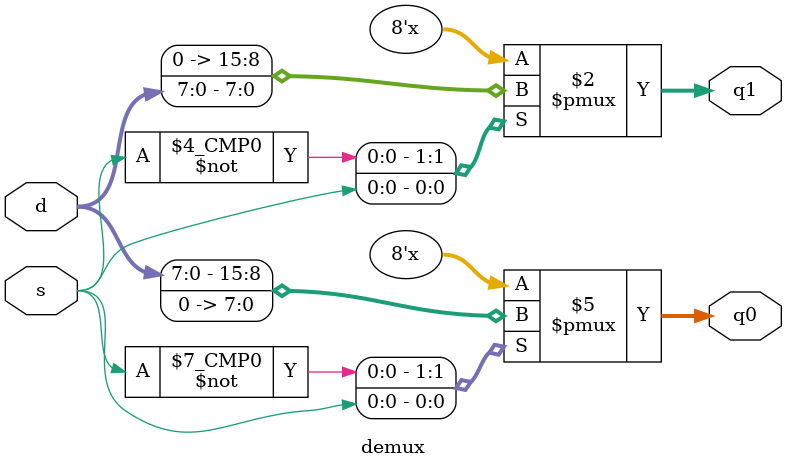
<source format=v>
module demux #(
    parameter DWIDTH = 8
)
(
    input [DWIDTH-1:0] d,
    input s,
    output reg [DWIDTH-1:0] q0, q1 
);

always @ (*) begin
    case (s)
        1'b0: begin
            q0 = d;
            q1 = {DWIDTH{1'b0}};
        end
        1'b1: begin
            q0 = {DWIDTH{1'b0}};
            q1 = d;
        end
        default: begin
            q0 = {DWIDTH{1'b0}};
            q1 = {DWIDTH{1'b0}};
        end
    endcase
end

endmodule
</source>
